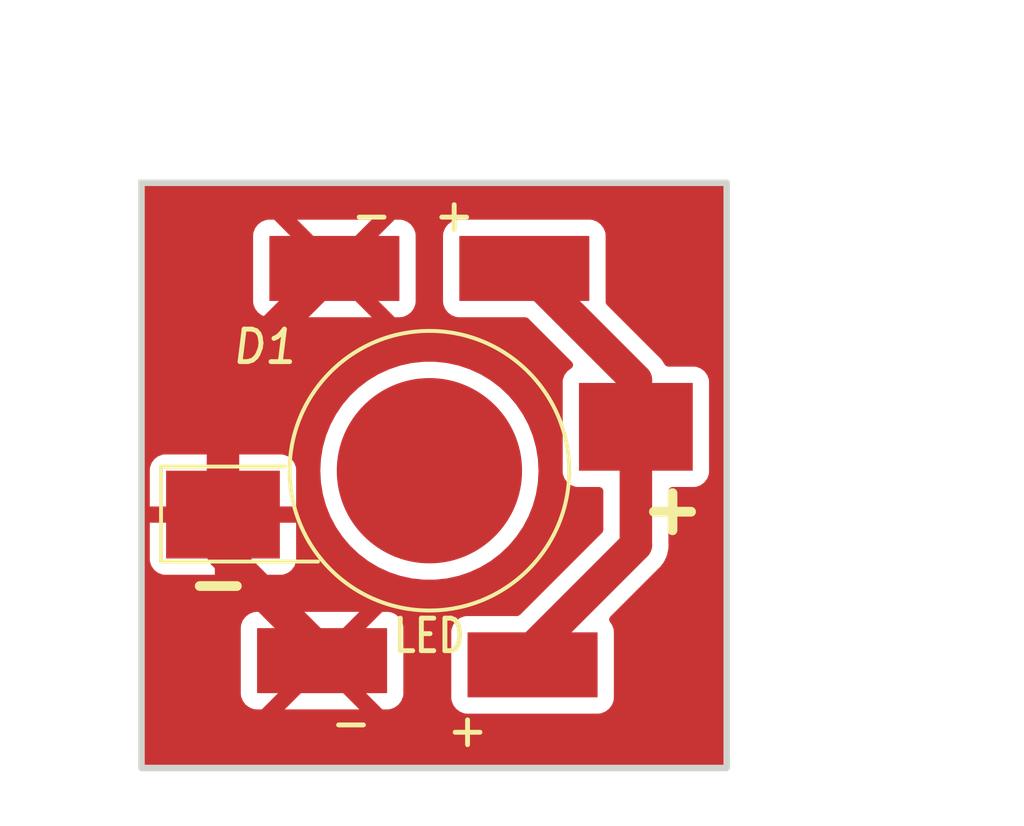
<source format=kicad_pcb>
(kicad_pcb (version 20221018) (generator pcbnew)
  (layers (0 "F.Cu" signal) (31 "B.Cu" signal) (34 "B.Paste" user) (35 "F.Paste" user) (36 "B.SilkS" user "B.Silkscreen") (37 "F.SilkS" user "F.Silkscreen") (38 "B.Mask" user) (39 "F.Mask" user) (44 "Edge.Cuts" user))
  (net 0 "")
  (net 1 "GND")
  (net 2 "VCC")
  (footprint "Library:Connector_WireSolderWirePad_1x01_SMD_2x4mm" (layer "F.Cu") (at 122.331 67.423)
    (fp_text reference "J1" hide)
    (fp_text value "+" (at -0.157 -2.653 unlocked) (layer "F.SilkS"))
    (pad "1" smd roundrect (at 2 -1) (size 4 2) (layers "F.Cu" "F.Paste" "F.Mask") (roundrect_rratio 0.01) (net 2 "VCC"))
  )
  (footprint "LED_SMD:LED_1W_3W_R8" (layer "F.Cu") (at 121.412 72.644)
    (fp_text reference "D1" (at -5.08 -3.81) (layer "F.SilkS") (effects (font (thickness 0.15) italic)))
    (fp_text value "LED" (at 0 5.08) (layer "F.SilkS") (effects (font (size 1 0.8))))
    (fp_line (start -8.255 -0.127) (end -8.255 2.794) (stroke (width 0.12)) (layer "F.SilkS"))
    (fp_line (start -8.255 2.794) (end -3.429 2.794) (stroke (width 0.12)) (layer "F.SilkS"))
    (fp_line (start -4.445 -0.127) (end -8.255 -0.127) (stroke (width 0.12)) (layer "F.SilkS"))
    (fp_circle (center 0 0) (end -4.3 0) (stroke (width 0.12)) (fill none) (layer "F.SilkS"))
    (pad "1" smd rect (at -6.35 1.35) (size 3.5 2.7) (layers "F.Cu" "F.Paste" "F.Mask") (net 1 "GND"))
    (pad "2" smd rect (at 6.35 -1.35) (size 3.5 2.7) (layers "F.Cu" "F.Paste" "F.Mask") (net 2 "VCC"))
    (pad "3" smd circle (at 0 0) (size 5.7 5.7) (layers "F.Cu" "F.Paste" "F.Mask"))
  )
  (footprint "Library:Connector_WireSolderWirePad_1x01_SMD_2x4mm" (layer "F.Cu") (at 116.11 79.486)
    (fp_text reference "J4" hide)
    (fp_text value "-" (at 2.891 0.903 unlocked) (layer "F.SilkS"))
    (pad "1" smd roundrect (at 2 -1) (size 4 2) (layers "F.Cu" "F.Paste" "F.Mask") (roundrect_rratio 0.01) (net 1 "GND"))
  )
  (footprint "Library:Connector_WireSolderWirePad_1x01_SMD_2x4mm" (layer "F.Cu") (at 116.489 67.423)
    (fp_text reference "J5" hide)
    (fp_text value "-" (at 3.145 -2.653 unlocked) (layer "F.SilkS"))
    (pad "1" smd roundrect (at 2 -1) (size 4 2) (layers "F.Cu" "F.Paste" "F.Mask") (roundrect_rratio 0.01) (net 1 "GND"))
  )
  (footprint "Library:Connector_WireSolderWirePad_1x01_SMD_2x4mm" (layer "F.Cu") (at 122.585 79.615)
    (fp_text reference "J2" hide)
    (fp_text value "+" (at 0 1 unlocked) (layer "F.SilkS"))
    (pad "1" smd roundrect (at 2 -1) (size 4 2) (layers "F.Cu" "F.Paste" "F.Mask") (roundrect_rratio 0.01) (net 2 "VCC"))
  )
  (gr_rect (start 112.556 63.788) (end 130.556 81.788) (stroke (width 0.2)) (fill none) (layer "Edge.Cuts"))
  (gr_text "+" (at 127.762 74.676) (layer "F.SilkS") (effects (font (size 1.5 1.5) (thickness 0.3) bold) (justify left bottom)))
  (gr_text "-" (at 113.792 76.962) (layer "F.SilkS") (effects (font (size 1.5 1.5) (thickness 0.3) bold) (justify left bottom)))
  (segment (start 118.489 66.423) (end 115.062 69.85) (width 1) (layer "F.Cu") (net 1))
  (segment (start 118.11 78.236) (end 118.11 78.486) (width 1) (layer "F.Cu") (net 1))
  (segment (start 115.062 75.188) (end 118.11 78.236) (width 1) (layer "F.Cu") (net 1))
  (segment (start 115.062 69.85) (end 115.062 75.188) (width 1) (layer "F.Cu") (net 1))
  (segment (start 127.762 69.854) (end 124.331 66.423) (width 1) (layer "F.Cu") (net 2))
  (segment (start 124.585 78.615) (end 124.585 78.107) (width 1) (layer "F.Cu") (net 2))
  (segment (start 127.762 71.294) (end 127.762 69.854) (width 1) (layer "F.Cu") (net 2))
  (segment (start 124.585 78.107) (end 127.762 74.93) (width 1) (layer "F.Cu") (net 2))
  (segment (start 127.762 70.866) (end 127.762 71.294) (width 0.25) (layer "F.Cu") (net 2))
  (segment (start 127.762 74.93) (end 127.762 70.866) (width 1) (layer "F.Cu") (net 2))
  (zone (net 1) (net_name "GND") (layer "F.Cu") (connect_pads (clearance 0.5)) (min_thickness 0.25) (fill yes (thermal_gap 0.5) (thermal_bridge_width 0.5))
    (polygon (pts (xy 108.204 59.436) (xy 108.966 83.566) (xy 139.7 82.804) (xy 134.366 58.166)))
  )
)
</source>
